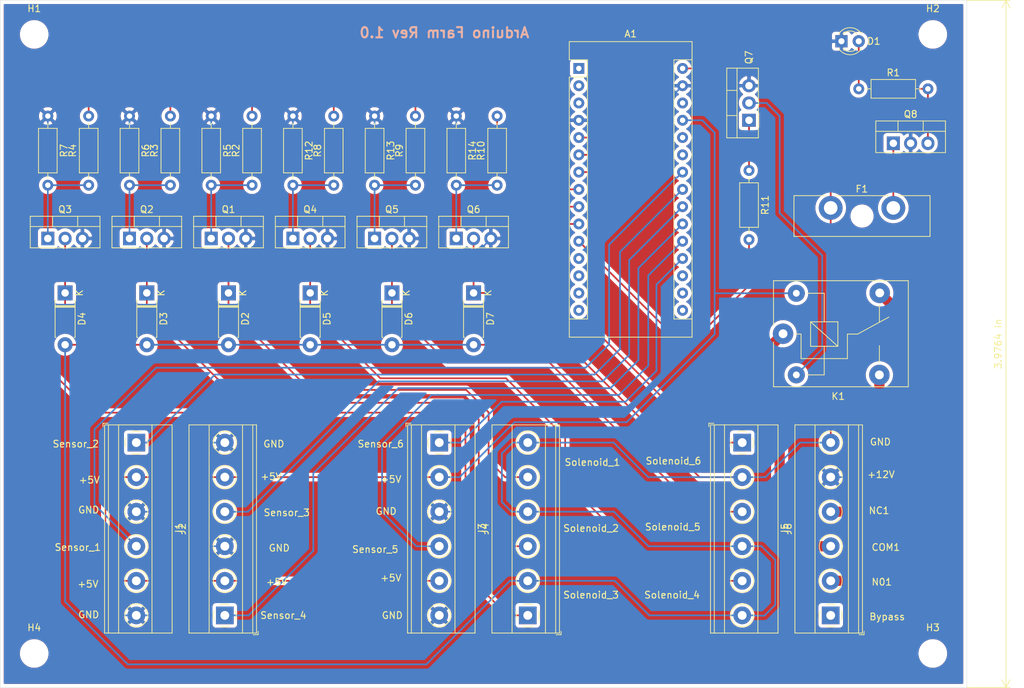
<source format=kicad_pcb>
(kicad_pcb (version 20171130) (host pcbnew 5.1.8)
  (layers (0 F.Cu signal hide) (31 B.Cu signal hide) (34 B.Paste user) (35 F.Paste user) (36 B.SilkS user) (37 F.SilkS user) (38 B.Mask user) (39 F.Mask user) (44 Edge.Cuts user))
  (net 0 "")
  (net 1 "Net-(A1-Pad1)")
  (net 2 "Net-(A1-Pad17)")
  (net 3 "Net-(A1-Pad2)")
  (net 4 "Net-(A1-Pad18)")
  (net 5 "Net-(A1-Pad3)")
  (net 6 sensor_6)
  (net 7 GND)
  (net 8 sensor_5)
  (net 9 so_1)
  (net 10 sensor_4)
  (net 11 so_2)
  (net 12 sensor_3)
  (net 13 so_3)
  (net 14 sensor_2)
  (net 15 so_4)
  (net 16 sensor_1)
  (net 17 so_5)
  (net 18 "Net-(A1-Pad25)")
  (net 19 so_6)
  (net 20 "Net-(A1-Pad26)")
  (net 21 REL_1)
  (net 22 +5V)
  (net 23 "Net-(A1-Pad12)")
  (net 24 "Net-(A1-Pad28)")
  (net 25 "Net-(A1-Pad13)")
  (net 26 "Net-(A1-Pad14)")
  (net 27 "Net-(A1-Pad15)")
  (net 28 "Net-(A1-Pad16)")
  (net 29 "Net-(D1-Pad2)")
  (net 30 solinoide_1)
  (net 31 +12V)
  (net 32 solinoide_2)
  (net 33 solinoide_3)
  (net 34 solinoide_4)
  (net 35 solinoide_5)
  (net 36 solinoide_6)
  (net 37 NC1)
  (net 38 COM1)
  (net 39 NO1)
  (net 40 "Net-(K1-Pad2)")
  (net 41 "Net-(Q1-Pad1)")
  (net 42 "Net-(Q2-Pad1)")
  (net 43 "Net-(Q3-Pad1)")
  (net 44 "Net-(Q4-Pad1)")
  (net 45 "Net-(Q5-Pad1)")
  (net 46 "Net-(Q6-Pad1)")
  (net 47 "Net-(Q7-Pad1)")
  (net 48 "Net-(J6-Pad1)")
  (net 49 "Net-(F1-Pad2)")
  (module Fuse:Fuseholder_Blade_ATO_Littelfuse_Pudenz_2_Pin (layer F.Cu) (at 177 85.5)
    (fp_text reference F1 (at 4.57 -2.78) (layer F.SilkS))
    (fp_text value Fuse)
    (pad 2 thru_hole circle (at 9.2 0) (size 3.5 3.5) (drill 2) (layers *.Cu *.Mask) (net 49 "Net-(F1-Pad2)"))
    (pad "" np_thru_hole circle (at 4.6 1.2) (size 2.4 2.4) (drill 2.4) (layers *.Cu *.Mask))
    (pad 1 thru_hole circle (at 0 0) (size 3.5 3.5) (drill 2) (layers *.Cu *.Mask) (net 31 +12V))
  )
  (module Module:Arduino_Nano (layer F.Cu) (at 140 65)
    (fp_text reference A1 (at 7.62 -5.08) (layer F.SilkS))
    (fp_text value Arduino_Nano_v3.x)
    (pad 1 thru_hole rect (at 0 0) (size 1.6 1.6) (drill 0.8) (layers *.Cu *.Mask) (net 1 "Net-(A1-Pad1)"))
    (pad 17 thru_hole oval (at 15.24 33.02) (size 1.6 1.6) (drill 0.8) (layers *.Cu *.Mask) (net 2 "Net-(A1-Pad17)"))
    (pad 2 thru_hole oval (at 0 2.54) (size 1.6 1.6) (drill 0.8) (layers *.Cu *.Mask) (net 3 "Net-(A1-Pad2)"))
    (pad 18 thru_hole oval (at 15.24 30.48) (size 1.6 1.6) (drill 0.8) (layers *.Cu *.Mask) (net 4 "Net-(A1-Pad18)"))
    (pad 3 thru_hole oval (at 0 5.08) (size 1.6 1.6) (drill 0.8) (layers *.Cu *.Mask) (net 5 "Net-(A1-Pad3)"))
    (pad 19 thru_hole oval (at 15.24 27.94) (size 1.6 1.6) (drill 0.8) (layers *.Cu *.Mask) (net 6 sensor_6))
    (pad 4 thru_hole oval (at 0 7.62) (size 1.6 1.6) (drill 0.8) (layers *.Cu *.Mask) (net 7 GND))
    (pad 20 thru_hole oval (at 15.24 25.4) (size 1.6 1.6) (drill 0.8) (layers *.Cu *.Mask) (net 8 sensor_5))
    (pad 5 thru_hole oval (at 0 10.16) (size 1.6 1.6) (drill 0.8) (layers *.Cu *.Mask) (net 9 so_1))
    (pad 21 thru_hole oval (at 15.24 22.86) (size 1.6 1.6) (drill 0.8) (layers *.Cu *.Mask) (net 10 sensor_4))
    (pad 6 thru_hole oval (at 0 12.7) (size 1.6 1.6) (drill 0.8) (layers *.Cu *.Mask) (net 11 so_2))
    (pad 22 thru_hole oval (at 15.24 20.32) (size 1.6 1.6) (drill 0.8) (layers *.Cu *.Mask) (net 12 sensor_3))
    (pad 7 thru_hole oval (at 0 15.24) (size 1.6 1.6) (drill 0.8) (layers *.Cu *.Mask) (net 13 so_3))
    (pad 23 thru_hole oval (at 15.24 17.78) (size 1.6 1.6) (drill 0.8) (layers *.Cu *.Mask) (net 14 sensor_2))
    (pad 8 thru_hole oval (at 0 17.78) (size 1.6 1.6) (drill 0.8) (layers *.Cu *.Mask) (net 15 so_4))
    (pad 24 thru_hole oval (at 15.24 15.24) (size 1.6 1.6) (drill 0.8) (layers *.Cu *.Mask) (net 16 sensor_1))
    (pad 9 thru_hole oval (at 0 20.32) (size 1.6 1.6) (drill 0.8) (layers *.Cu *.Mask) (net 17 so_5))
    (pad 25 thru_hole oval (at 15.24 12.7) (size 1.6 1.6) (drill 0.8) (layers *.Cu *.Mask) (net 18 "Net-(A1-Pad25)"))
    (pad 10 thru_hole oval (at 0 22.86) (size 1.6 1.6) (drill 0.8) (layers *.Cu *.Mask) (net 19 so_6))
    (pad 26 thru_hole oval (at 15.24 10.16) (size 1.6 1.6) (drill 0.8) (layers *.Cu *.Mask) (net 20 "Net-(A1-Pad26)"))
    (pad 11 thru_hole oval (at 0 25.4) (size 1.6 1.6) (drill 0.8) (layers *.Cu *.Mask) (net 21 REL_1))
    (pad 27 thru_hole oval (at 15.24 7.62) (size 1.6 1.6) (drill 0.8) (layers *.Cu *.Mask) (net 22 +5V))
    (pad 12 thru_hole oval (at 0 27.94) (size 1.6 1.6) (drill 0.8) (layers *.Cu *.Mask) (net 23 "Net-(A1-Pad12)"))
    (pad 28 thru_hole oval (at 15.24 5.08) (size 1.6 1.6) (drill 0.8) (layers *.Cu *.Mask) (net 24 "Net-(A1-Pad28)"))
    (pad 13 thru_hole oval (at 0 30.48) (size 1.6 1.6) (drill 0.8) (layers *.Cu *.Mask) (net 25 "Net-(A1-Pad13)"))
    (pad 29 thru_hole oval (at 15.24 2.54) (size 1.6 1.6) (drill 0.8) (layers *.Cu *.Mask) (net 7 GND))
    (pad 14 thru_hole oval (at 0 33.02) (size 1.6 1.6) (drill 0.8) (layers *.Cu *.Mask) (net 26 "Net-(A1-Pad14)"))
    (pad 30 thru_hole oval (at 15.24 0) (size 1.6 1.6) (drill 0.8) (layers *.Cu *.Mask) (net 31 +12V))
    (pad 15 thru_hole oval (at 0 35.56) (size 1.6 1.6) (drill 0.8) (layers *.Cu *.Mask) (net 27 "Net-(A1-Pad15)"))
    (pad 16 thru_hole oval (at 15.24 35.56) (size 1.6 1.6) (drill 0.8) (layers *.Cu *.Mask) (net 28 "Net-(A1-Pad16)"))
  )
  (module LED_THT:LED_D3.0mm (layer F.Cu) (at 178.58 61)
    (fp_text reference D1 (at 4.75 0) (layer F.SilkS))
    (fp_text value LED)
    (pad 1 thru_hole rect (at 0 0) (size 1.8 1.8) (drill 0.9) (layers *.Cu *.Mask) (net 7 GND))
    (pad 2 thru_hole circle (at 2.54 0) (size 1.8 1.8) (drill 0.9) (layers *.Cu *.Mask) (net 29 "Net-(D1-Pad2)"))
  )
  (module Diode_THT:D_DO-41_SOD81_P7.62mm_Horizontal (layer F.Cu) (at 88.54 98 270)
    (fp_text reference D2 (at 3.81 -2.47 90) (layer F.SilkS))
    (fp_text value DIODE)
    (fp_text user K (at 0 -2.1 90) (layer F.SilkS))
    (pad 1 thru_hole rect (at 0 0 270) (size 2.2 2.2) (drill 1.1) (layers *.Cu *.Mask) (net 30 solinoide_1))
    (pad 2 thru_hole oval (at 7.62 0 270) (size 2.2 2.2) (drill 1.1) (layers *.Cu *.Mask) (net 31 +12V))
  )
  (module Diode_THT:D_DO-41_SOD81_P7.62mm_Horizontal (layer F.Cu) (at 76.54 98 270)
    (fp_text reference D3 (at 3.81 -2.47 90) (layer F.SilkS))
    (fp_text value DIODE)
    (fp_text user K (at 0 -2.1 90) (layer F.SilkS))
    (pad 2 thru_hole oval (at 7.62 0 270) (size 2.2 2.2) (drill 1.1) (layers *.Cu *.Mask) (net 31 +12V))
    (pad 1 thru_hole rect (at 0 0 270) (size 2.2 2.2) (drill 1.1) (layers *.Cu *.Mask) (net 32 solinoide_2))
  )
  (module Diode_THT:D_DO-41_SOD81_P7.62mm_Horizontal (layer F.Cu) (at 64.54 98 270)
    (fp_text reference D4 (at 3.81 -2.47 90) (layer F.SilkS))
    (fp_text value DIODE)
    (fp_text user K (at 0 -2.1 90) (layer F.SilkS))
    (pad 2 thru_hole oval (at 7.62 0 270) (size 2.2 2.2) (drill 1.1) (layers *.Cu *.Mask) (net 31 +12V))
    (pad 1 thru_hole rect (at 0 0 270) (size 2.2 2.2) (drill 1.1) (layers *.Cu *.Mask) (net 33 solinoide_3))
  )
  (module Diode_THT:D_DO-41_SOD81_P7.62mm_Horizontal (layer F.Cu) (at 100.54 98 270)
    (fp_text reference D5 (at 3.81 -2.47 90) (layer F.SilkS))
    (fp_text value DIODE)
    (fp_text user K (at 0 -2.1 90) (layer F.SilkS))
    (pad 2 thru_hole oval (at 7.62 0 270) (size 2.2 2.2) (drill 1.1) (layers *.Cu *.Mask) (net 31 +12V))
    (pad 1 thru_hole rect (at 0 0 270) (size 2.2 2.2) (drill 1.1) (layers *.Cu *.Mask) (net 34 solinoide_4))
  )
  (module Diode_THT:D_DO-41_SOD81_P7.62mm_Horizontal (layer F.Cu) (at 112.55 98 270)
    (fp_text reference D6 (at 3.81 -2.47 90) (layer F.SilkS))
    (fp_text value DIODE)
    (fp_text user K (at 0 -2.1 90) (layer F.SilkS))
    (pad 1 thru_hole rect (at 0 0 270) (size 2.2 2.2) (drill 1.1) (layers *.Cu *.Mask) (net 35 solinoide_5))
    (pad 2 thru_hole oval (at 7.62 0 270) (size 2.2 2.2) (drill 1.1) (layers *.Cu *.Mask) (net 31 +12V))
  )
  (module Diode_THT:D_DO-41_SOD81_P7.62mm_Horizontal (layer F.Cu) (at 124.54 98 270)
    (fp_text reference D7 (at 3.81 -2.47 90) (layer F.SilkS))
    (fp_text value DIODE)
    (fp_text user K (at 0 -2.1 90) (layer F.SilkS))
    (pad 1 thru_hole rect (at 0 0 270) (size 2.2 2.2) (drill 1.1) (layers *.Cu *.Mask) (net 36 solinoide_6))
    (pad 2 thru_hole oval (at 7.62 0 270) (size 2.2 2.2) (drill 1.1) (layers *.Cu *.Mask) (net 31 +12V))
  )
  (module MountingHole:MountingHole_3.2mm_M3_DIN965 (layer F.Cu) (at 60 60)
    (fp_text reference H1 (at 0 -3.8) (layer F.SilkS))
    (fp_text value MountingHole)
    (pad 1 np_thru_hole circle (at 0 0) (size 3.2 3.2) (drill 3.2) (layers *.Cu *.Mask))
  )
  (module MountingHole:MountingHole_3.2mm_M3_DIN965 (layer F.Cu) (at 192 60)
    (fp_text reference H2 (at 0 -3.8) (layer F.SilkS))
    (fp_text value MountingHole)
    (pad 1 np_thru_hole circle (at 0 0) (size 3.2 3.2) (drill 3.2) (layers *.Cu *.Mask))
  )
  (module MountingHole:MountingHole_3.2mm_M3_DIN965 (layer F.Cu) (at 192 151)
    (fp_text reference H3 (at 0 -3.8) (layer F.SilkS))
    (fp_text value MountingHole)
    (pad 1 np_thru_hole circle (at 0 0) (size 3.2 3.2) (drill 3.2) (layers *.Cu *.Mask))
  )
  (module MountingHole:MountingHole_3.2mm_M3_DIN965 (layer F.Cu) (at 60 151)
    (fp_text reference H4 (at 0 -3.8) (layer F.SilkS))
    (fp_text value MountingHole)
    (pad 1 np_thru_hole circle (at 0 0) (size 3.2 3.2) (drill 3.2) (layers *.Cu *.Mask))
  )
  (module TerminalBlock_Phoenix:TerminalBlock_Phoenix_MKDS-1,5-6-5.08_1x06_P5.08mm_Horizontal (layer F.Cu) (at 75 120 270)
    (fp_text reference J1 (at 12.7 -6.26 90) (layer F.SilkS))
    (fp_text value Screw_Terminal_01x06)
    (pad 6 thru_hole circle (at 25.4 0 270) (size 2.6 2.6) (drill 1.3) (layers *.Cu *.Mask) (net 7 GND))
    (pad 5 thru_hole circle (at 20.32 0 270) (size 2.6 2.6) (drill 1.3) (layers *.Cu *.Mask) (net 22 +5V))
    (pad 4 thru_hole circle (at 15.24 0 270) (size 2.6 2.6) (drill 1.3) (layers *.Cu *.Mask) (net 16 sensor_1))
    (pad 3 thru_hole circle (at 10.16 0 270) (size 2.6 2.6) (drill 1.3) (layers *.Cu *.Mask) (net 7 GND))
    (pad 2 thru_hole circle (at 5.08 0 270) (size 2.6 2.6) (drill 1.3) (layers *.Cu *.Mask) (net 22 +5V))
    (pad 1 thru_hole rect (at 0 0 270) (size 2.6 2.6) (drill 1.3) (layers *.Cu *.Mask) (net 14 sensor_2))
  )
  (module TerminalBlock_Phoenix:TerminalBlock_Phoenix_MKDS-1,5-6-5.08_1x06_P5.08mm_Horizontal (layer F.Cu) (at 88 145.4 90)
    (fp_text reference J2 (at 12.7 -6.26 90) (layer F.SilkS))
    (fp_text value Screw_Terminal_01x06)
    (pad 1 thru_hole rect (at 0 0 90) (size 2.6 2.6) (drill 1.3) (layers *.Cu *.Mask) (net 10 sensor_4))
    (pad 2 thru_hole circle (at 5.08 0 90) (size 2.6 2.6) (drill 1.3) (layers *.Cu *.Mask) (net 22 +5V))
    (pad 3 thru_hole circle (at 10.16 0 90) (size 2.6 2.6) (drill 1.3) (layers *.Cu *.Mask) (net 7 GND))
    (pad 4 thru_hole circle (at 15.24 0 90) (size 2.6 2.6) (drill 1.3) (layers *.Cu *.Mask) (net 12 sensor_3))
    (pad 5 thru_hole circle (at 20.32 0 90) (size 2.6 2.6) (drill 1.3) (layers *.Cu *.Mask) (net 22 +5V))
    (pad 6 thru_hole circle (at 25.4 0 90) (size 2.6 2.6) (drill 1.3) (layers *.Cu *.Mask) (net 7 GND))
  )
  (module TerminalBlock_Phoenix:TerminalBlock_Phoenix_MKDS-1,5-6-5.08_1x06_P5.08mm_Horizontal (layer F.Cu) (at 119.5 120 270)
    (fp_text reference J3 (at 12.7 -6.26 90) (layer F.SilkS))
    (fp_text value Screw_Terminal_01x06)
    (pad 6 thru_hole circle (at 25.4 0 270) (size 2.6 2.6) (drill 1.3) (layers *.Cu *.Mask) (net 7 GND))
    (pad 5 thru_hole circle (at 20.32 0 270) (size 2.6 2.6) (drill 1.3) (layers *.Cu *.Mask) (net 22 +5V))
    (pad 4 thru_hole circle (at 15.24 0 270) (size 2.6 2.6) (drill 1.3) (layers *.Cu *.Mask) (net 8 sensor_5))
    (pad 3 thru_hole circle (at 10.16 0 270) (size 2.6 2.6) (drill 1.3) (layers *.Cu *.Mask) (net 7 GND))
    (pad 2 thru_hole circle (at 5.08 0 270) (size 2.6 2.6) (drill 1.3) (layers *.Cu *.Mask) (net 22 +5V))
    (pad 1 thru_hole rect (at 0 0 270) (size 2.6 2.6) (drill 1.3) (layers *.Cu *.Mask) (net 6 sensor_6))
  )
  (module TerminalBlock_Phoenix:TerminalBlock_Phoenix_MKDS-1,5-6-5.08_1x06_P5.08mm_Horizontal (layer F.Cu) (at 132.5 145.4 90)
    (fp_text reference J4 (at 12.7 -6.26 90) (layer F.SilkS))
    (fp_text value Screw_Terminal_01x06)
    (pad 1 thru_hole rect (at 0 0 90) (size 2.6 2.6) (drill 1.3) (layers *.Cu *.Mask) (net 33 solinoide_3))
    (pad 2 thru_hole circle (at 5.08 0 90) (size 2.6 2.6) (drill 1.3) (layers *.Cu *.Mask) (net 31 +12V))
    (pad 3 thru_hole circle (at 10.16 0 90) (size 2.6 2.6) (drill 1.3) (layers *.Cu *.Mask) (net 32 solinoide_2))
    (pad 4 thru_hole circle (at 15.24 0 90) (size 2.6 2.6) (drill 1.3) (layers *.Cu *.Mask) (net 31 +12V))
    (pad 5 thru_hole circle (at 20.32 0 90) (size 2.6 2.6) (drill 1.3) (layers *.Cu *.Mask) (net 30 solinoide_1))
    (pad 6 thru_hole circle (at 25.4 0 90) (size 2.6 2.6) (drill 1.3) (layers *.Cu *.Mask) (net 31 +12V))
  )
  (module TerminalBlock_Phoenix:TerminalBlock_Phoenix_MKDS-1,5-6-5.08_1x06_P5.08mm_Horizontal (layer F.Cu) (at 164 120 270)
    (fp_text reference J5 (at 12.7 -6.26 90) (layer F.SilkS))
    (fp_text value Screw_Terminal_01x06)
    (pad 6 thru_hole circle (at 25.4 0 270) (size 2.6 2.6) (drill 1.3) (layers *.Cu *.Mask) (net 31 +12V))
    (pad 5 thru_hole circle (at 20.32 0 270) (size 2.6 2.6) (drill 1.3) (layers *.Cu *.Mask) (net 34 solinoide_4))
    (pad 4 thru_hole circle (at 15.24 0 270) (size 2.6 2.6) (drill 1.3) (layers *.Cu *.Mask) (net 31 +12V))
    (pad 3 thru_hole circle (at 10.16 0 270) (size 2.6 2.6) (drill 1.3) (layers *.Cu *.Mask) (net 35 solinoide_5))
    (pad 2 thru_hole circle (at 5.08 0 270) (size 2.6 2.6) (drill 1.3) (layers *.Cu *.Mask) (net 31 +12V))
    (pad 1 thru_hole rect (at 0 0 270) (size 2.6 2.6) (drill 1.3) (layers *.Cu *.Mask) (net 36 solinoide_6))
  )
  (module TerminalBlock_Phoenix:TerminalBlock_Phoenix_MKDS-1,5-6-5.08_1x06_P5.08mm_Horizontal (layer F.Cu) (at 177 145.4 90)
    (fp_text reference J6 (at 12.7 -6.26 90) (layer F.SilkS))
    (fp_text value Screw_Terminal_01x06)
    (pad 1 thru_hole rect (at 0 0 90) (size 2.6 2.6) (drill 1.3) (layers *.Cu *.Mask) (net 48 "Net-(J6-Pad1)"))
    (pad 2 thru_hole circle (at 5.08 0 90) (size 2.6 2.6) (drill 1.3) (layers *.Cu *.Mask) (net 39 NO1))
    (pad 3 thru_hole circle (at 10.16 0 90) (size 2.6 2.6) (drill 1.3) (layers *.Cu *.Mask) (net 38 COM1))
    (pad 4 thru_hole circle (at 15.24 0 90) (size 2.6 2.6) (drill 1.3) (layers *.Cu *.Mask) (net 37 NC1))
    (pad 5 thru_hole circle (at 20.32 0 90) (size 2.6 2.6) (drill 1.3) (layers *.Cu *.Mask) (net 7 GND))
    (pad 6 thru_hole circle (at 25.4 0 90) (size 2.6 2.6) (drill 1.3) (layers *.Cu *.Mask) (net 31 +12V))
  )
  (module Relay_THT:Relay_SPDT_SANYOU_SRD_Series_Form_C (layer F.Cu) (at 170 104)
    (fp_text reference K1 (at 8.1 9.2) (layer F.SilkS))
    (fp_text value SANYOU_SRD_Form_C)
    (pad 2 thru_hole circle (at 1.95 6.05 90) (size 2.5 2.5) (drill 1) (layers *.Cu *.Mask) (net 40 "Net-(K1-Pad2)"))
    (pad 3 thru_hole circle (at 14.15 6.05 90) (size 3 3) (drill 1.3) (layers *.Cu *.Mask) (net 37 NC1))
    (pad 4 thru_hole circle (at 14.2 -6 90) (size 3 3) (drill 1.3) (layers *.Cu *.Mask) (net 39 NO1))
    (pad 5 thru_hole circle (at 1.95 -5.95 90) (size 2.5 2.5) (drill 1) (layers *.Cu *.Mask) (net 22 +5V))
    (pad 1 thru_hole circle (at 0 0 90) (size 3 3) (drill 1.3) (layers *.Cu *.Mask) (net 38 COM1))
  )
  (module Package_TO_SOT_THT:TO-220-3_Vertical (layer F.Cu) (at 86 90)
    (fp_text reference Q1 (at 2.54 -4.27) (layer F.SilkS))
    (fp_text value IRLZ34N)
    (pad 3 thru_hole oval (at 5.08 0) (size 1.905 2) (drill 1.1) (layers *.Cu *.Mask) (net 7 GND))
    (pad 2 thru_hole oval (at 2.54 0) (size 1.905 2) (drill 1.1) (layers *.Cu *.Mask) (net 30 solinoide_1))
    (pad 1 thru_hole rect (at 0 0) (size 1.905 2) (drill 1.1) (layers *.Cu *.Mask) (net 41 "Net-(Q1-Pad1)"))
  )
  (module Package_TO_SOT_THT:TO-220-3_Vertical (layer F.Cu) (at 74 90)
    (fp_text reference Q2 (at 2.54 -4.27) (layer F.SilkS))
    (fp_text value IRLZ34N)
    (pad 3 thru_hole oval (at 5.08 0) (size 1.905 2) (drill 1.1) (layers *.Cu *.Mask) (net 7 GND))
    (pad 2 thru_hole oval (at 2.54 0) (size 1.905 2) (drill 1.1) (layers *.Cu *.Mask) (net 32 solinoide_2))
    (pad 1 thru_hole rect (at 0 0) (size 1.905 2) (drill 1.1) (layers *.Cu *.Mask) (net 42 "Net-(Q2-Pad1)"))
  )
  (module Package_TO_SOT_THT:TO-220-3_Vertical (layer F.Cu) (at 62 90)
    (fp_text reference Q3 (at 2.54 -4.27) (layer F.SilkS))
    (fp_text value IRLZ34N)
    (pad 1 thru_hole rect (at 0 0) (size 1.905 2) (drill 1.1) (layers *.Cu *.Mask) (net 43 "Net-(Q3-Pad1)"))
    (pad 2 thru_hole oval (at 2.54 0) (size 1.905 2) (drill 1.1) (layers *.Cu *.Mask) (net 33 solinoide_3))
    (pad 3 thru_hole oval (at 5.08 0) (size 1.905 2) (drill 1.1) (layers *.Cu *.Mask) (net 7 GND))
  )
  (module Package_TO_SOT_THT:TO-220-3_Vertical (layer F.Cu) (at 165 72.62 90)
    (fp_text reference Q7 (at 9.25 0 90) (layer F.SilkS))
    (fp_text value IRLZ34N)
    (pad 3 thru_hole oval (at 5.08 0 90) (size 1.905 2) (drill 1.1) (layers *.Cu *.Mask) (net 7 GND))
    (pad 2 thru_hole oval (at 2.54 0 90) (size 1.905 2) (drill 1.1) (layers *.Cu *.Mask) (net 40 "Net-(K1-Pad2)"))
    (pad 1 thru_hole rect (at 0 0 90) (size 1.905 2) (drill 1.1) (layers *.Cu *.Mask) (net 47 "Net-(Q7-Pad1)"))
  )
  (module Package_TO_SOT_THT:TO-220-3_Vertical (layer F.Cu) (at 98 90)
    (fp_text reference Q4 (at 2.54 -4.27) (layer F.SilkS))
    (fp_text value IRLZ34N)
    (pad 1 thru_hole rect (at 0 0) (size 1.905 2) (drill 1.1) (layers *.Cu *.Mask) (net 44 "Net-(Q4-Pad1)"))
    (pad 2 thru_hole oval (at 2.54 0) (size 1.905 2) (drill 1.1) (layers *.Cu *.Mask) (net 34 solinoide_4))
    (pad 3 thru_hole oval (at 5.08 0) (size 1.905 2) (drill 1.1) (layers *.Cu *.Mask) (net 7 GND))
  )
  (module Package_TO_SOT_THT:TO-220-3_Vertical (layer F.Cu) (at 110 90)
    (fp_text reference Q5 (at 2.54 -4.27) (layer F.SilkS))
    (fp_text value IRLZ34N)
    (pad 1 thru_hole rect (at 0 0) (size 1.905 2) (drill 1.1) (layers *.Cu *.Mask) (net 45 "Net-(Q5-Pad1)"))
    (pad 2 thru_hole oval (at 2.54 0) (size 1.905 2) (drill 1.1) (layers *.Cu *.Mask) (net 35 solinoide_5))
    (pad 3 thru_hole oval (at 5.08 0) (size 1.905 2) (drill 1.1) (layers *.Cu *.Mask) (net 7 GND))
  )
  (module Package_TO_SOT_THT:TO-220-3_Vertical (layer F.Cu) (at 122 90)
    (fp_text reference Q6 (at 2.54 -4.27) (layer F.SilkS))
    (fp_text value IRLZ34N)
    (pad 1 thru_hole rect (at 0 0) (size 1.905 2) (drill 1.1) (layers *.Cu *.Mask) (net 46 "Net-(Q6-Pad1)"))
    (pad 2 thru_hole oval (at 2.54 0) (size 1.905 2) (drill 1.1) (layers *.Cu *.Mask) (net 36 solinoide_6))
    (pad 3 thru_hole oval (at 5.08 0) (size 1.905 2) (drill 1.1) (layers *.Cu *.Mask) (net 7 GND))
  )
  (module Resistor_THT:R_Axial_DIN0207_L6.3mm_D2.5mm_P10.16mm_Horizontal (layer F.Cu) (at 181.12 68)
    (fp_text reference R1 (at 5.08 -2.37) (layer F.SilkS))
    (fp_text value 1k2)
    (pad 2 thru_hole oval (at 10.16 0) (size 1.6 1.6) (drill 0.8) (layers *.Cu *.Mask) (net 31 +12V))
    (pad 1 thru_hole circle (at 0 0) (size 1.6 1.6) (drill 0.8) (layers *.Cu *.Mask) (net 29 "Net-(D1-Pad2)"))
  )
  (module Resistor_THT:R_Axial_DIN0207_L6.3mm_D2.5mm_P10.16mm_Horizontal (layer F.Cu) (at 92 82.16 90)
    (fp_text reference R2 (at 5.08 -2.37 90) (layer F.SilkS))
    (fp_text value 1k)
    (pad 1 thru_hole circle (at 0 0 90) (size 1.6 1.6) (drill 0.8) (layers *.Cu *.Mask) (net 41 "Net-(Q1-Pad1)"))
    (pad 2 thru_hole oval (at 10.16 0 90) (size 1.6 1.6) (drill 0.8) (layers *.Cu *.Mask) (net 9 so_1))
  )
  (module Resistor_THT:R_Axial_DIN0207_L6.3mm_D2.5mm_P10.16mm_Horizontal (layer F.Cu) (at 80 82.16 90)
    (fp_text reference R3 (at 5.08 -2.37 90) (layer F.SilkS))
    (fp_text value 1k)
    (pad 2 thru_hole oval (at 10.16 0 90) (size 1.6 1.6) (drill 0.8) (layers *.Cu *.Mask) (net 11 so_2))
    (pad 1 thru_hole circle (at 0 0 90) (size 1.6 1.6) (drill 0.8) (layers *.Cu *.Mask) (net 42 "Net-(Q2-Pad1)"))
  )
  (module Resistor_THT:R_Axial_DIN0207_L6.3mm_D2.5mm_P10.16mm_Horizontal (layer F.Cu) (at 68 82.16 90)
    (fp_text reference R4 (at 5.08 -2.37 90) (layer F.SilkS))
    (fp_text value 1k)
    (pad 1 thru_hole circle (at 0 0 90) (size 1.6 1.6) (drill 0.8) (layers *.Cu *.Mask) (net 43 "Net-(Q3-Pad1)"))
    (pad 2 thru_hole oval (at 10.16 0 90) (size 1.6 1.6) (drill 0.8) (layers *.Cu *.Mask) (net 13 so_3))
  )
  (module Resistor_THT:R_Axial_DIN0207_L6.3mm_D2.5mm_P10.16mm_Horizontal (layer F.Cu) (at 86 72 270)
    (fp_text reference R5 (at 5.08 -2.37 90) (layer F.SilkS))
    (fp_text value 100k)
    (pad 2 thru_hole oval (at 10.16 0 270) (size 1.6 1.6) (drill 0.8) (layers *.Cu *.Mask) (net 41 "Net-(Q1-Pad1)"))
    (pad 1 thru_hole circle (at 0 0 270) (size 1.6 1.6) (drill 0.8) (layers *.Cu *.Mask) (net 7 GND))
  )
  (module Resistor_THT:R_Axial_DIN0207_L6.3mm_D2.5mm_P10.16mm_Horizontal (layer F.Cu) (at 74 72 270)
    (fp_text reference R6 (at 5.08 -2.37 90) (layer F.SilkS))
    (fp_text value 100k)
    (pad 1 thru_hole circle (at 0 0 270) (size 1.6 1.6) (drill 0.8) (layers *.Cu *.Mask) (net 7 GND))
    (pad 2 thru_hole oval (at 10.16 0 270) (size 1.6 1.6) (drill 0.8) (layers *.Cu *.Mask) (net 42 "Net-(Q2-Pad1)"))
  )
  (module Resistor_THT:R_Axial_DIN0207_L6.3mm_D2.5mm_P10.16mm_Horizontal (layer F.Cu) (at 62 72 270)
    (fp_text reference R7 (at 5.08 -2.37 90) (layer F.SilkS))
    (fp_text value 100k)
    (pad 2 thru_hole oval (at 10.16 0 270) (size 1.6 1.6) (drill 0.8) (layers *.Cu *.Mask) (net 43 "Net-(Q3-Pad1)"))
    (pad 1 thru_hole circle (at 0 0 270) (size 1.6 1.6) (drill 0.8) (layers *.Cu *.Mask) (net 7 GND))
  )
  (module Resistor_THT:R_Axial_DIN0207_L6.3mm_D2.5mm_P10.16mm_Horizontal (layer F.Cu) (at 165 80 270)
    (fp_text reference R11 (at 5.08 -2.37 90) (layer F.SilkS))
    (fp_text value 1k)
    (pad 1 thru_hole circle (at 0 0 270) (size 1.6 1.6) (drill 0.8) (layers *.Cu *.Mask) (net 47 "Net-(Q7-Pad1)"))
    (pad 2 thru_hole oval (at 10.16 0 270) (size 1.6 1.6) (drill 0.8) (layers *.Cu *.Mask) (net 21 REL_1))
  )
  (module Resistor_THT:R_Axial_DIN0207_L6.3mm_D2.5mm_P10.16mm_Horizontal (layer F.Cu) (at 104 82.16 90)
    (fp_text reference R8 (at 5.08 -2.37 90) (layer F.SilkS))
    (fp_text value 1k)
    (pad 1 thru_hole circle (at 0 0 90) (size 1.6 1.6) (drill 0.8) (layers *.Cu *.Mask) (net 44 "Net-(Q4-Pad1)"))
    (pad 2 thru_hole oval (at 10.16 0 90) (size 1.6 1.6) (drill 0.8) (layers *.Cu *.Mask) (net 15 so_4))
  )
  (module Resistor_THT:R_Axial_DIN0207_L6.3mm_D2.5mm_P10.16mm_Horizontal (layer F.Cu) (at 116 82.16 90)
    (fp_text reference R9 (at 5.08 -2.37 90) (layer F.SilkS))
    (fp_text value 1k)
    (pad 1 thru_hole circle (at 0 0 90) (size 1.6 1.6) (drill 0.8) (layers *.Cu *.Mask) (net 45 "Net-(Q5-Pad1)"))
    (pad 2 thru_hole oval (at 10.16 0 90) (size 1.6 1.6) (drill 0.8) (layers *.Cu *.Mask) (net 17 so_5))
  )
  (module Resistor_THT:R_Axial_DIN0207_L6.3mm_D2.5mm_P10.16mm_Horizontal (layer F.Cu) (at 128 82.16 90)
    (fp_text reference R10 (at 5.08 -2.37 90) (layer F.SilkS))
    (fp_text value 1k)
    (pad 2 thru_hole oval (at 10.16 0 90) (size 1.6 1.6) (drill 0.8) (layers *.Cu *.Mask) (net 19 so_6))
    (pad 1 thru_hole circle (at 0 0 90) (size 1.6 1.6) (drill 0.8) (layers *.Cu *.Mask) (net 46 "Net-(Q6-Pad1)"))
  )
  (module Resistor_THT:R_Axial_DIN0207_L6.3mm_D2.5mm_P10.16mm_Horizontal (layer F.Cu) (at 98 72 270)
    (fp_text reference R12 (at 5.08 -2.37 90) (layer F.SilkS))
    (fp_text value 100k)
    (pad 2 thru_hole oval (at 10.16 0 270) (size 1.6 1.6) (drill 0.8) (layers *.Cu *.Mask) (net 44 "Net-(Q4-Pad1)"))
    (pad 1 thru_hole circle (at 0 0 270) (size 1.6 1.6) (drill 0.8) (layers *.Cu *.Mask) (net 7 GND))
  )
  (module Resistor_THT:R_Axial_DIN0207_L6.3mm_D2.5mm_P10.16mm_Horizontal (layer F.Cu) (at 110 72 270)
    (fp_text reference R13 (at 5.08 -2.37 90) (layer F.SilkS))
    (fp_text value 100k)
    (pad 2 thru_hole oval (at 10.16 0 270) (size 1.6 1.6) (drill 0.8) (layers *.Cu *.Mask) (net 45 "Net-(Q5-Pad1)"))
    (pad 1 thru_hole circle (at 0 0 270) (size 1.6 1.6) (drill 0.8) (layers *.Cu *.Mask) (net 7 GND))
  )
  (module Resistor_THT:R_Axial_DIN0207_L6.3mm_D2.5mm_P10.16mm_Horizontal (layer F.Cu) (at 122 72 270)
    (fp_text reference R14 (at 5.08 -2.37 90) (layer F.SilkS))
    (fp_text value 100k)
    (pad 1 thru_hole circle (at 0 0 270) (size 1.6 1.6) (drill 0.8) (layers *.Cu *.Mask) (net 7 GND))
    (pad 2 thru_hole oval (at 10.16 0 270) (size 1.6 1.6) (drill 0.8) (layers *.Cu *.Mask) (net 46 "Net-(Q6-Pad1)"))
  )
  (module Package_TO_SOT_THT:TO-220-3_Vertical (layer F.Cu) (at 186.2 76)
    (fp_text reference Q8 (at 2.54 -4.27) (layer F.SilkS))
    (fp_text value Q_PJFET_DGS)
    (pad 1 thru_hole rect (at 0 0) (size 1.905 2) (drill 1.1) (layers *.Cu *.Mask) (net 49 "Net-(F1-Pad2)"))
    (pad 2 thru_hole oval (at 2.54 0) (size 1.905 2) (drill 1.1) (layers *.Cu *.Mask) (net 7 GND))
    (pad 3 thru_hole oval (at 5.08 0) (size 1.905 2) (drill 1.1) (layers *.Cu *.Mask) (net 31 +12V))
  )
  (dimension 101 (width 0.12) (layer F.SilkS) (gr_text "101.000 mm" (at 204.02 105.5 270) (layer F.SilkS) (effects (font (size 1 1) (thickness 0.15)))) (feature1 (pts (xy 197 156) (xy 203.336421 156))) (feature2 (pts (xy 197 55) (xy 203.336421 55))) (crossbar (pts (xy 202.75 55) (xy 202.75 156))) (arrow1a (pts (xy 202.75 156) (xy 202.163579 154.873496))) (arrow1b (pts (xy 202.75 156) (xy 203.336421 154.873496))) (arrow2a (pts (xy 202.75 55) (xy 202.163579 56.126504))) (arrow2b (pts (xy 202.75 55) (xy 203.336421 56.126504))))
  (gr_text "Arduino Farm Rev 1.0" (at 120.25 59.75) (layer B.SilkS) (effects (font (size 1.5 1.5) (thickness 0.3)) (justify mirror)))
  (gr_text Bypass (at 185.3 145.6) (layer F.SilkS) (effects (font (size 1 1))))
  (gr_text N01 (at 184.5 140.5) (layer F.SilkS) (effects (font (size 1 1))))
  (gr_text COM1 (at 185.1 135.4) (layer F.SilkS) (effects (font (size 1 1))))
  (gr_text NC1 (at 184.1 130) (layer F.SilkS) (effects (font (size 1 1))))
  (gr_text +12V (at 184.4 124.7) (layer F.SilkS) (effects (font (size 1 1))))
  (gr_text Sensor_2 (at 66.1 120.2) (layer F.SilkS) (effects (font (size 1 1))))
  (gr_text Sensor_1 (at 66.4 135.4) (layer F.SilkS) (effects (font (size 1 1))))
  (gr_text Sensor_3 (at 97.1 130.3) (layer F.SilkS) (effects (font (size 1 1))))
  (gr_text Sensor_4 (at 96.6 145.4) (layer F.SilkS) (effects (font (size 1 1))))
  (gr_text Sensor_5 (at 110.1 135.7) (layer F.SilkS) (effects (font (size 1 1))))
  (gr_text Sensor_6 (at 110.9 120.2) (layer F.SilkS) (effects (font (size 1 1))))
  (gr_text +5V (at 112.4 125.4) (layer F.SilkS) (effects (font (size 1 1))))
  (gr_text +5V (at 112.4 139.9) (layer F.SilkS) (effects (font (size 1 1))))
  (gr_text +5V (at 94.8 125) (layer F.SilkS) (effects (font (size 1 1))))
  (gr_text +5V (at 95.6 140.5) (layer F.SilkS) (effects (font (size 1 1))))
  (gr_text +5V (at 67.9 140.8) (layer F.SilkS) (effects (font (size 1 1))))
  (gr_text +5V (at 68.1 125.5) (layer F.SilkS) (effects (font (size 1 1))))
  (gr_text GND (at 68 129.9) (layer F.SilkS) (effects (font (size 1 1))))
  (gr_text GND (at 68 145.3) (layer F.SilkS) (effects (font (size 1 1))))
  (gr_text GND (at 95.2 120.2) (layer F.SilkS) (effects (font (size 1 1))))
  (gr_text GND (at 96 135.5) (layer F.SilkS) (effects (font (size 1 1))))
  (gr_text GND (at 112.6 145.4) (layer F.SilkS) (effects (font (size 1 1))))
  (gr_text GND (at 111.7 130.1) (layer F.SilkS) (effects (font (size 1 1))))
  (gr_text GND (at 184.3 119.9) (layer F.SilkS) (effects (font (size 1 1))))
  (gr_text Solenoid_3 (at 141.8 142.4) (layer F.SilkS) (effects (font (size 1 1))))
  (gr_text Solenoid_2 (at 141.8 132.6) (layer F.SilkS) (effects (font (size 1 1))))
  (gr_text Solenoid_1 (at 142 122.9) (layer F.SilkS) (effects (font (size 1 1))))
  (gr_text Solenoid_4 (at 153.7 142.4) (layer F.SilkS) (effects (font (size 1 1))))
  (gr_text "Solenoid_5\n" (at 153.8 132.4) (layer F.SilkS) (effects (font (size 1 1))))
  (gr_text Solenoid_6 (at 153.9 122.7) (layer F.SilkS) (effects (font (size 1 1))))
  (gr_line (start 55 55) (end 55 156) (layer Edge.Cuts) (width 0.05))
  (gr_line (start 55 55) (end 197 55) (layer Edge.Cuts) (width 0.05))
  (gr_line (start 197 55) (end 197 156) (layer Edge.Cuts) (width 0.05))
  (gr_line (start 55 156) (end 197 156) (layer Edge.Cuts) (width 0.05))
  (segment (start 122.65 120) (end 119.5 120) (width 0.25) (layer B.Cu) (net 6))
  (segment (start 128.65 114) (end 122.65 120) (width 0.25) (layer B.Cu) (net 6))
  (segment (start 146.85 114) (end 128.65 114) (width 0.25) (layer B.Cu) (net 6))
  (segment (start 151.4 109.45) (end 146.85 114) (width 0.25) (layer B.Cu) (net 6))
  (segment (start 155.24 92.94) (end 151.4 96.78) (width 0.25) (layer B.Cu) (net 6))
  (segment (start 151.4 96.78) (end 151.4 109.45) (width 0.25) (layer B.Cu) (net 6))
  (segment (start 61.2 77.4) (end 57.35 81.25) (width 0.25) (layer B.Cu) (net 7))
  (segment (start 57.35 81.25) (end 57.35 90.95) (width 0.25) (layer B.Cu) (net 7))
  (segment (start 57.35 90.95) (end 60.7 94.3) (width 0.25) (layer B.Cu) (net 7))
  (segment (start 127.08 90.0475) (end 127.08 90) (width 0.25) (layer B.Cu) (net 7))
  (segment (start 122.8275 94.3) (end 127.08 90.0475) (width 0.25) (layer B.Cu) (net 7))
  (segment (start 86.161523 120) (end 80.9 125.261523) (width 0.25) (layer B.Cu) (net 7))
  (segment (start 88 120) (end 86.161523 120) (width 0.25) (layer B.Cu) (net 7))
  (segment (start 80.9 146.95) (end 84.4 150.45) (width 0.25) (layer B.Cu) (net 7))
  (segment (start 114.45 150.45) (end 119.5 145.4) (width 0.25) (layer B.Cu) (net 7))
  (segment (start 84.4 150.45) (end 114.45 150.45) (width 0.25) (layer B.Cu) (net 7))
  (segment (start 80.75 145.4) (end 80.9 145.55) (width 0.25) (layer B.Cu) (net 7))
  (segment (start 75 145.4) (end 80.75 145.4) (width 0.25) (layer B.Cu) (net 7))
  (segment (start 80.9 145.55) (end 80.9 146.95) (width 0.25) (layer B.Cu) (net 7))
  (segment (start 77.128477 130.45) (end 80.9 130.45) (width 0.25) (layer B.Cu) (net 7))
  (segment (start 76.838477 130.16) (end 77.128477 130.45) (width 0.25) (layer B.Cu) (net 7))
  (segment (start 75 130.16) (end 76.838477 130.16) (width 0.25) (layer B.Cu) (net 7))
  (segment (start 80.9 125.261523) (end 80.9 130.45) (width 0.25) (layer B.Cu) (net 7))
  (segment (start 81.24 135.24) (end 80.9 134.9) (width 0.25) (layer B.Cu) (net 7))
  (segment (start 88 135.24) (end 81.24 135.24) (width 0.25) (layer B.Cu) (net 7))
  (segment (start 80.9 130.45) (end 80.9 134.9) (width 0.25) (layer B.Cu) (net 7))
  (segment (start 80.9 134.9) (end 80.9 145.55) (width 0.25) (layer B.Cu) (net 7))
  (segment (start 121.338477 130.16) (end 124.15 132.971523) (width 0.25) (layer B.Cu) (net 7))
  (segment (start 119.5 130.16) (end 121.338477 130.16) (width 0.25) (layer B.Cu) (net 7))
  (segment (start 124.15 140.75) (end 119.5 145.4) (width 0.25) (layer B.Cu) (net 7))
  (segment (start 124.15 132.971523) (end 124.15 140.75) (width 0.25) (layer B.Cu) (net 7))
  (segment (start 66.95 91.38) (end 66.95 94.3) (width 0.25) (layer B.Cu) (net 7))
  (segment (start 67.08 91.25) (end 66.95 91.38) (width 0.25) (layer B.Cu) (net 7))
  (segment (start 67.08 90) (end 67.08 91.25) (width 0.25) (layer B.Cu) (net 7))
  (segment (start 60.7 94.3) (end 66.95 94.3) (width 0.25) (layer B.Cu) (net 7))
  (segment (start 79.08 94.28) (end 79.1 94.3) (width 0.25) (layer B.Cu) (net 7))
  (segment (start 79.08 90) (end 79.08 94.28) (width 0.25) (layer B.Cu) (net 7))
  (segment (start 91.1 91.27) (end 91.1 94.3) (width 0.25) (layer B.Cu) (net 7))
  (segment (start 91.08 91.25) (end 91.1 91.27) (width 0.25) (layer B.Cu) (net 7))
  (segment (start 91.08 90) (end 91.08 91.25) (width 0.25) (layer B.Cu) (net 7))
  (segment (start 79.1 94.3) (end 91.1 94.3) (width 0.25) (layer B.Cu) (net 7))
  (segment (start 103.25 91.42) (end 103.25 94.3) (width 0.25) (layer B.Cu) (net 7))
  (segment (start 103.08 91.25) (end 103.25 91.42) (width 0.25) (layer B.Cu) (net 7))
  (segment (start 103.08 90) (end 103.08 91.25) (width 0.25) (layer B.Cu) (net 7))
  (segment (start 91.1 94.3) (end 103.25 94.3) (width 0.25) (layer B.Cu) (net 7))
  (segment (start 115.15 91.32) (end 115.15 94.3) (width 0.25) (layer B.Cu) (net 7))
  (segment (start 115.08 91.25) (end 115.15 91.32) (width 0.25) (layer B.Cu) (net 7))
  (segment (start 115.08 90) (end 115.08 91.25) (width 0.25) (layer B.Cu) (net 7))
  (segment (start 103.25 94.3) (end 115.15 94.3) (width 0.25) (layer B.Cu) (net 7))
  (segment (start 115.15 94.3) (end 122.8275 94.3) (width 0.25) (layer B.Cu) (net 7))
  (segment (start 150.16 72.62) (end 155.24 67.54) (width 0.25) (layer B.Cu) (net 7))
  (segment (start 140 72.62) (end 150.16 72.62) (width 0.25) (layer B.Cu) (net 7))
  (segment (start 62 73.13137) (end 62 77.4) (width 0.25) (layer B.Cu) (net 7))
  (segment (start 62 72) (end 62 73.13137) (width 0.25) (layer B.Cu) (net 7))
  (segment (start 62 77.4) (end 61.2 77.4) (width 0.25) (layer B.Cu) (net 7))
  (segment (start 74 72) (end 74 77.4) (width 0.25) (layer B.Cu) (net 7))
  (segment (start 74 77.4) (end 62 77.4) (width 0.25) (layer B.Cu) (net 7))
  (segment (start 86.1 73.23137) (end 86.1 77.4) (width 0.25) (layer B.Cu) (net 7))
  (segment (start 86 73.13137) (end 86.1 73.23137) (width 0.25) (layer B.Cu) (net 7))
  (segment (start 86 72) (end 86 73.13137) (width 0.25) (layer B.Cu) (net 7))
  (segment (start 86.1 77.4) (end 74 77.4) (width 0.25) (layer B.Cu) (net 7))
  (segment (start 97.95 73.18137) (end 97.95 77.4) (width 0.25) (layer B.Cu) (net 7))
  (segment (start 98 73.13137) (end 97.95 73.18137) (width 0.25) (layer B.Cu) (net 7))
  (segment (start 98 72) (end 98 73.13137) (width 0.25) (layer B.Cu) (net 7))
  (segment (start 97.95 77.4) (end 86.1 77.4) (width 0.25) (layer B.Cu) (net 7))
  (segment (start 110 72) (end 110 77.4) (width 0.25) (layer B.Cu) (net 7))
  (segment (start 110 77.4) (end 97.95 77.4) (width 0.25) (layer B.Cu) (net 7))
  (segment (start 121.9 73.23137) (end 121.9 77.4) (width 0.25) (layer B.Cu) (net 7))
  (segment (start 122 73.13137) (end 121.9 73.23137) (width 0.25) (layer B.Cu) (net 7))
  (segment (start 122 72) (end 122 73.13137) (width 0.25) (layer B.Cu) (net 7))
  (segment (start 121.9 77.4) (end 110 77.4) (width 0.25) (layer B.Cu) (net 7))
  (segment (start 67.55 139.788477) (end 67.55 94.3) (width 0.25) (layer B.Cu) (net 7))
  (segment (start 73.161523 145.4) (end 67.55 139.788477) (width 0.25) (layer B.Cu) (net 7))
  (segment (start 75 145.4) (end 73.161523 145.4) (width 0.25) (layer B.Cu) (net 7))
  (segment (start 66.95 94.3) (end 67.55 94.3) (width 0.25) (layer B.Cu) (net 7))
  (segment (start 67.55 94.3) (end 79.1 94.3) (width 0.25) (layer B.Cu) (net 7))
  (segment (start 132.9 77.4) (end 121.9 77.4) (width 0.25) (layer B.Cu) (net 7))
  (segment (start 137.7 72.6) (end 132.9 77.4) (width 0.25) (layer B.Cu) (net 7))
  (segment (start 140 72.62) (end 139.98 72.6) (width 0.25) (layer B.Cu) (net 7))
  (segment (start 139.98 72.6) (end 137.7 72.6) (width 0.25) (layer B.Cu) (net 7))
  (segment (start 189.775 117.4) (end 189.775 91.75) (width 0.25) (layer B.Cu) (net 7))
  (segment (start 177 125.08) (end 182.095 125.08) (width 0.25) (layer B.Cu) (net 7))
  (segment (start 182.095 125.08) (end 189.775 117.4) (width 0.25) (layer B.Cu) (net 7))
  (segment (start 155.24 67.54) (end 162.71 67.54) (width 0.25) (layer F.Cu) (net 7))
  (segment (start 165 67.54) (end 162.71 67.54) (width 0.25) (layer F.Cu) (net 7))
  (segment (start 116.14 135.24) (end 119.5 135.24) (width 0.25) (layer B.Cu) (net 8))
  (segment (start 111.1 130.2) (end 116.14 135.24) (width 0.25) (layer B.Cu) (net 8))
  (segment (start 150.2 95.44) (end 150.2 108.7) (width 0.25) (layer B.Cu) (net 8))
  (segment (start 155.24 90.4) (end 150.2 95.44) (width 0.25) (layer B.Cu) (net 8))
  (segment (start 150.2 108.7) (end 145.9 113) (width 0.25) (layer B.Cu) (net 8))
  (segment (start 145.9 113) (end 118.35 113) (width 0.25) (layer B.Cu) (net 8))
  (segment (start 118.35 113) (end 111.1 120.25) (width 0.25) (layer B.Cu) (net 8))
  (segment (start 111.1 120.25) (end 111.1 130.2) (width 0.25) (layer B.Cu) (net 8))
  (segment (start 92 69.55) (end 92 72) (width 0.25) (layer F.Cu) (net 9))
  (segment (start 141.79 75.16) (end 144.2 72.75) (width 0.25) (layer F.Cu) (net 9))
  (segment (start 140 75.16) (end 141.79 75.16) (width 0.25) (layer F.Cu) (net 9))
  (segment (start 144.2 72.75) (end 144.2 63.25) (width 0.25) (layer F.Cu) (net 9))
  (segment (start 144.2 63.25) (end 141.55 60.6) (width 0.25) (layer F.Cu) (net 9))
  (segment (start 141.55 60.6) (end 100.95 60.6) (width 0.25) (layer F.Cu) (net 9))
  (segment (start 100.95 60.6) (end 92 69.55) (width 0.25) (layer F.Cu) (net 9))
  (segment (start 101 135.9) (end 91.5 145.4) (width 0.25) (layer B.Cu) (net 10))
  (segment (start 148.75 94.35) (end 148.75 107.9) (width 0.25) (layer B.Cu) (net 10))
  (segment (start 155.24 87.86) (end 148.75 94.35) (width 0.25) (layer B.Cu) (net 10))
  (segment (start 148.75 107.9) (end 144.65 112) (width 0.25) (layer B.Cu) (net 10))
  (segment (start 91.5 145.4) (end 88.95 145.4) (width 0.25) (layer B.Cu) (net 10))
  (segment (start 144.65 112) (end 113.5 112) (width 0.25) (layer B.Cu) (net 10))
  (segment (start 113.5 112) (end 101 124.5) (width 0.25) (layer B.Cu) (net 10))
  (segment (start 101 124.5) (end 101 135.9) (width 0.25) (layer B.Cu) (net 10))
  (segment (start 80 69.5) (end 80 72) (width 0.25) (layer F.Cu) (net 11))
  (segment (start 142.7 77.7) (end 145.9 74.5) (width 0.25) (layer F.Cu) (net 11))
  (segment (start 140 77.7) (end 142.7 77.7) (width 0.25) (layer F.Cu) (net 11))
  (segment (start 145.9 74.5) (end 145.9 62.55) (width 0.25) (layer F.Cu) (net 11))
  (segment (start 145.9 62.55) (end 142.1 58.75) (width 0.25) (layer F.Cu) (net 11))
  (segment (start 142.1 58.75) (end 90.75 58.75) (width 0.25) (layer F.Cu) (net 11))
  (segment (start 90.75 58.75) (end 80 69.5) (width 0.25) (layer F.Cu) (net 11))
  (segment (start 91.39 130.16) (end 88 130.16) (width 0.25) (layer B.Cu) (net 12))
  (segment (start 110.55 111) (end 91.39 130.16) (width 0.25) (layer B.Cu) (net 12))
  (segment (start 143.5 111) (end 110.55 111) (width 0.25) (layer B.Cu) (net 12))
  (segment (start 147.4 107.1) (end 143.5 111) (width 0.25) (layer B.Cu) (net 12))
  (segment (start 155.24 85.32) (end 147.4 93.16) (width 0.25) (layer B.Cu) (net 12))
  (segment (start 147.4 93.16) (end 147.4 107.1) (width 0.25) (layer B.Cu) (net 12))
  (segment (start 143.41 80.24) (end 140 80.24) (width 0.25) (layer F.Cu) (net 13))
  (segment (start 68 72) (end 68 69.55) (width 0.25) (layer F.Cu) (net 13))
  (segment (start 80.35 57.2) (end 143.5 57.2) (width 0.25) (layer F.Cu) (net 13))
  (segment (start 143.5 57.2) (end 147.4 61.1) (width 0.25) (layer F.Cu) (net 13))
  (segment (start 68 69.55) (end 80.35 57.2) (width 0.25) (layer F.Cu) (net 13))
  (segment (start 147.4 61.1) (end 147.4 76.25) (width 0.25) (layer F.Cu) (net 13))
  (segment (start 147.4 76.25) (end 143.41 80.24) (width 0.25) (layer F.Cu) (net 13))
  (segment (start 76.55 120) (end 75 120) (width 0.25) (layer B.Cu) (net 14))
  (segment (start 86.55 110) (end 76.55 120) (width 0.25) (layer B.Cu) (net 14))
  (segment (start 142.3 110) (end 86.55 110) (width 0.25) (layer B.Cu) (net 14))
  (segment (start 146.05 106.25) (end 142.3 110) (width 0.25) (layer B.Cu) (net 14))
  (segment (start 155.24 82.78) (end 146.05 91.97) (width 0.25) (layer B.Cu) (net 14))
  (segment (start 146.05 91.97) (end 146.05 106.25) (width 0.25) (layer B.Cu) (net 14))
  (segment (start 104 69.5) (end 104 72) (width 0.25) (layer F.Cu) (net 15))
  (segment (start 140 82.78) (end 137.53 82.78) (width 0.25) (layer F.Cu) (net 15))
  (segment (start 137.53 82.78) (end 135.85 81.1) (width 0.25) (layer F.Cu) (net 15))
  (segment (start 135.85 81.1) (end 135.85 70.8) (width 0.25) (layer F.Cu) (net 15))
  (segment (start 135.85 70.8) (end 130.4 65.35) (width 0.25) (layer F.Cu) (net 15))
  (segment (start 130.4 65.35) (end 108.15 65.35) (width 0.25) (layer F.Cu) (net 15))
  (segment (start 108.15 65.35) (end 104 69.5) (width 0.25) (layer F.Cu) (net 15))
  (segment (start 68.85 118.05) (end 68.85 129.09) (width 0.25) (layer B.Cu) (net 16))
  (segment (start 154.440001 81.039999) (end 154.310001 81.039999) (width 0.25) (layer B.Cu) (net 16))
  (segment (start 68.85 129.09) (end 75 135.24) (width 0.25) (layer B.Cu) (net 16))
  (segment (start 77.9 109) (end 68.85 118.05) (width 0.25) (layer B.Cu) (net 16))
  (segment (start 155.24 80.24) (end 154.440001 81.039999) (width 0.25) (layer B.Cu) (net 16))
  (segment (start 154.310001 81.039999) (end 144.45 90.9) (width 0.25) (layer B.Cu) (net 16))
  (segment (start 144.45 90.9) (end 144.45 105.55) (width 0.25) (layer B.Cu) (net 16))
  (segment (start 144.45 105.55) (end 141 109) (width 0.25) (layer B.Cu) (net 16))
  (segment (start 141 109) (end 77.9 109) (width 0.25) (layer B.Cu) (net 16))
  (segment (start 116 69.35) (end 116 72) (width 0.25) (layer F.Cu) (net 17))
  (segment (start 137.87 85.32) (end 133.65 81.1) (width 0.25) (layer F.Cu) (net 17))
  (segment (start 140 85.32) (end 137.87 85.32) (width 0.25) (layer F.Cu) (net 17))
  (segment (start 133.65 81.1) (end 133.65 72) (width 0.25) (layer F.Cu) (net 17))
  (segment (start 133.65 72) (end 128.7 67.05) (width 0.25) (layer F.Cu) (net 17))
  (segment (start 128.7 67.05) (end 118.3 67.05) (width 0.25) (layer F.Cu) (net 17))
  (segment (start 118.3 67.05) (end 116 69.35) (width 0.25) (layer F.Cu) (net 17))
  (segment (start 128 78.1) (end 128 72) (width 0.25) (layer F.Cu) (net 19))
  (segment (start 132 82.1) (end 128 78.1) (width 0.25) (layer F.Cu) (net 19))
  (segment (start 132.1 82.1) (end 132 82.1) (width 0.25) (layer F.Cu) (net 19))
  (segment (start 140 87.86) (end 137.86 87.86) (width 0.25) (layer F.Cu) (net 19))
  (segment (start 137.86 87.86) (end 132.1 82.1) (width 0.25) (layer F.Cu) (net 19))
  (segment (start 148.75 99.15) (end 140 90.4) (width 0.25) (layer F.Cu) (net 21))
  (segment (start 152.5 102.9) (end 148.75 99.15) (width 0.25) (layer F.Cu) (net 21))
  (segment (start 159 102.9) (end 152.5 102.9) (width 0.25) (layer F.Cu) (net 21))
  (segment (start 165 96.9) (end 159 102.9) (width 0.25) (layer F.Cu) (net 21))
  (segment (start 165 90.16) (end 165 96.9) (width 0.25) (layer F.Cu) (net 21))
  (segment (start 117.661523 125.08) (end 88 125.08) (width 0.25) (layer F.Cu) (net 22))
  (segment (start 119.5 125.08) (end 117.661523 125.08) (width 0.25) (layer F.Cu) (net 22))
  (segment (start 86.161523 125.08) (end 75 125.08) (width 0.25) (layer F.Cu) (net 22))
  (segment (start 88 125.08) (end 86.161523 125.08) (width 0.25) (layer F.Cu) (net 22))
  (segment (start 75 140.32) (end 88 140.32) (width 0.25) (layer F.Cu) (net 22))
  (segment (start 88 140.32) (end 119.5 140.32) (width 0.25) (layer F.Cu) (net 22))
  (segment (start 72.62 140.32) (end 75 140.32) (width 0.25) (layer F.Cu) (net 22))
  (segment (start 70.45 138.15) (end 72.62 140.32) (width 0.25) (layer F.Cu) (net 22))
  (segment (start 70.45 126.9) (end 70.45 138.15) (width 0.25) (layer F.Cu) (net 22))
  (segment (start 75 125.08) (end 72.27 125.08) (width 0.25) (layer F.Cu) (net 22))
  (segment (start 72.27 125.08) (end 70.45 126.9) (width 0.25) (layer F.Cu) (net 22))
  (segment (start 122.47 125.08) (end 130.55 117) (width 0.25) (layer B.Cu) (net 22))
  (segment (start 119.5 125.08) (end 122.47 125.08) (width 0.25) (layer B.Cu) (net 22))
  (segment (start 130.55 117) (end 147.025 117) (width 0.25) (layer B.Cu) (net 22))
  (segment (start 147.025 117) (end 159.9525 104.0725) (width 0.25) (layer B.Cu) (net 22))
  (segment (start 159.955 94.05) (end 159.9525 94.0475) (width 0.25) (layer B.Cu) (net 22))
  (segment (start 159.955 98.05) (end 159.9525 98.0475) (width 0.25) (layer B.Cu) (net 22))
  (segment (start 171.95 98.05) (end 159.955 98.05) (width 0.25) (layer B.Cu) (net 22))
  (segment (start 159.9525 104.0725) (end 159.9525 98.0475) (width 0.25) (layer B.Cu) (net 22))
  (segment (start 159.9525 98.0475) (end 159.9525 94.0475) (width 0.25) (layer B.Cu) (net 22))
  (segment (start 159.9525 74.4525) (end 159.9525 94.0475) (width 0.25) (layer B.Cu) (net 22))
  (segment (start 155.24 72.62) (end 158.12 72.62) (width 0.25) (layer B.Cu) (net 22))
  (segment (start 158.12 72.62) (end 159.9525 74.4525) (width 0.25) (layer B.Cu) (net 22))
  (segment (start 181.12 66.86863) (end 181.12 61) (width 0.25) (layer F.Cu) (net 29))
  (segment (start 181.12 68) (end 181.12 66.86863) (width 0.25) (layer F.Cu) (net 29))
  (segment (start 88.54 96.65) (end 88.54 90) (width 0.25) (layer F.Cu) (net 30))
  (segment (start 88.54 98) (end 88.54 96.65) (width 0.25) (layer F.Cu) (net 30))
  (segment (start 88.54 100.29) (end 88.54 98) (width 0.25) (layer F.Cu) (net 30))
  (segment (start 129.18 125.08) (end 126.75 122.65) (width 0.25) (layer F.Cu) (net 30))
  (segment (start 132.5 125.08) (end 129.18 125.08) (width 0.25) (layer F.Cu) (net 30))
  (segment (start 126.75 122.65) (end 126.75 115.55) (width 0.25) (layer F.Cu) (net 30))
  (segment (start 123.45 112.25) (end 100.5 112.25) (width 0.25) (layer F.Cu) (net 30))
  (segment (start 126.75 115.55) (end 123.45 112.25) (width 0.25) (layer F.Cu) (net 30))
  (segment (start 100.5 112.25) (end 88.54 100.29) (width 0.25) (layer F.Cu) (net 30))
  (segment (start 126.095634 105.62) (end 124.54 105.62) (width 0.25) (layer F.Cu) (net 31))
  (segment (start 138.27 105.62) (end 126.095634 105.62) (width 0.25) (layer F.Cu) (net 31))
  (segment (start 164 125.08) (end 157.73 125.08) (width 0.25) (layer F.Cu) (net 31))
  (segment (start 157.73 125.08) (end 138.27 105.62) (width 0.25) (layer F.Cu) (net 31))
  (segment (start 124.54 105.62) (end 112.55 105.62) (width 0.25) (layer B.Cu) (net 31))
  (segment (start 112.55 105.62) (end 100.54 105.62) (width 0.25) (layer B.Cu) (net 31))
  (segment (start 100.54 105.62) (end 88.54 105.62) (width 0.25) (layer B.Cu) (net 31))
  (segment (start 86.984366 105.62) (end 76.54 105.62) (width 0.25) (layer B.Cu) (net 31))
  (segment (start 88.54 105.62) (end 86.984366 105.62) (width 0.25) (layer B.Cu) (net 31))
  (segment (start 76.54 105.62) (end 64.54 105.62) (width 0.25) (layer F.Cu) (net 31))
  (segment (start 130.11 130.16) (end 132.5 130.16) (width 0.25) (layer B.Cu) (net 31))
  (segment (start 128.7 128.75) (end 130.11 130.16) (width 0.25) (layer B.Cu) (net 31))
  (segment (start 128.7 121.6) (end 128.7 128.75) (width 0.25) (layer B.Cu) (net 31))
  (segment (start 132.5 120) (end 130.3 120) (width 0.25) (layer B.Cu) (net 31))
  (segment (start 130.3 120) (end 128.7 121.6) (width 0.25) (layer B.Cu) (net 31))
  (segment (start 145.1 120) (end 132.5 120) (width 0.25) (layer B.Cu) (net 31))
  (segment (start 164 125.08) (end 150.18 125.08) (width 0.25) (layer B.Cu) (net 31))
  (segment (start 150.18 125.08) (end 145.1 120) (width 0.25) (layer B.Cu) (net 31))
  (segment (start 150.24 135.24) (end 164 135.24) (width 0.25) (layer B.Cu) (net 31))
  (segment (start 132.5 130.16) (end 145.16 130.16) (width 0.25) (layer B.Cu) (net 31))
  (segment (start 145.16 130.16) (end 150.24 135.24) (width 0.25) (layer B.Cu) (net 31))
  (segment (start 145.27 140.32) (end 132.5 140.32) (width 0.25) (layer B.Cu) (net 31))
  (segment (start 164 145.4) (end 150.35 145.4) (width 0.25) (layer B.Cu) (net 31))
  (segment (start 150.35 145.4) (end 145.27 140.32) (width 0.25) (layer B.Cu) (net 31))
  (segment (start 64.54 143.39) (end 64.54 105.62) (width 0.25) (layer B.Cu) (net 31))
  (segment (start 73.75 152.6) (end 64.54 143.39) (width 0.25) (layer B.Cu) (net 31))
  (segment (start 117.6 152.6) (end 73.75 152.6) (width 0.25) (layer B.Cu) (net 31))
  (segment (start 132.5 140.32) (end 129.88 140.32) (width 0.25) (layer B.Cu) (net 31))
  (segment (start 129.88 140.32) (end 117.6 152.6) (width 0.25) (layer B.Cu) (net 31))
  (segment (start 165.838477 145.4) (end 164 145.4) (width 0.25) (layer B.Cu) (net 31))
  (segment (start 165.888477 145.45) (end 165.838477 145.4) (width 0.25) (layer B.Cu) (net 31))
  (segment (start 167.25 145.45) (end 165.888477 145.45) (width 0.25) (layer B.Cu) (net 31))
  (segment (start 165.838477 135.24) (end 165.858477 135.22) (width 0.25) (layer B.Cu) (net 31))
  (segment (start 165.858477 135.22) (end 166.82 135.22) (width 0.25) (layer B.Cu) (net 31))
  (segment (start 164 135.24) (end 165.838477 135.24) (width 0.25) (layer B.Cu) (net 31))
  (segment (start 166.82 135.22) (end 168.85 137.25) (width 0.25) (layer B.Cu) (net 31))
  (segment (start 168.85 137.25) (end 168.85 143.85) (width 0.25) (layer B.Cu) (net 31))
  (segment (start 168.85 143.85) (end 167.25 145.45) (width 0.25) (layer B.Cu) (net 31))
  (segment (start 172.5 120) (end 177 120) (width 0.25) (layer B.Cu) (net 31))
  (segment (start 164 125.08) (end 167.42 125.08) (width 0.25) (layer B.Cu) (net 31))
  (segment (start 167.42 125.08) (end 172.5 120) (width 0.25) (layer B.Cu) (net 31))
  (segment (start 177 85.5) (end 177 87.974873) (width 0.25) (layer F.Cu) (net 31))
  (segment (start 177 109.8) (end 177 110) (width 0.25) (layer F.Cu) (net 31))
  (segment (start 177 87.974873) (end 177 110) (width 0.25) (layer F.Cu) (net 31))
  (segment (start 177 110) (end 177 120) (width 0.25) (layer F.Cu) (net 31))
  (segment (start 191.28 68) (end 191.28 76) (width 0.25) (layer F.Cu) (net 31))
  (segment (start 177 85.5) (end 177 83.025127) (width 0.25) (layer F.Cu) (net 31))
  (segment (start 191.28 68) (end 188.5 68) (width 0.25) (layer F.Cu) (net 31))
  (segment (start 180.5 76) (end 177 76) (width 0.25) (layer F.Cu) (net 31))
  (segment (start 188.5 68) (end 180.5 76) (width 0.25) (layer F.Cu) (net 31))
  (segment (start 177 76.25) (end 177 76) (width 0.25) (layer F.Cu) (net 31))
  (segment (start 177 83.025127) (end 177 76.25) (width 0.25) (layer F.Cu) (net 31))
  (segment (start 167.5 65) (end 155.24 65) (width 0.25) (layer F.Cu) (net 31))
  (segment (start 177 76.25) (end 177 74.5) (width 0.25) (layer F.Cu) (net 31))
  (segment (start 177 74.5) (end 167.5 65) (width 0.25) (layer F.Cu) (net 31))
  (segment (start 76.54 96.65) (end 76.54 90) (width 0.25) (layer F.Cu) (net 32))
  (segment (start 76.54 98) (end 76.54 96.65) (width 0.25) (layer F.Cu) (net 32))
  (segment (start 76.54 100.24) (end 76.54 98) (width 0.25) (layer F.Cu) (net 32))
  (segment (start 130.661523 135.24) (end 125.3 129.878477) (width 0.25) (layer F.Cu) (net 32))
  (segment (start 132.5 135.24) (end 130.661523 135.24) (width 0.25) (layer F.Cu) (net 32))
  (segment (start 125.3 129.878477) (end 125.3 116.6) (width 0.25) (layer F.Cu) (net 32))
  (segment (start 125.3 116.6) (end 122.85 114.15) (width 0.25) (layer F.Cu) (net 32))
  (segment (start 122.85 114.15) (end 90.45 114.15) (width 0.25) (layer F.Cu) (net 32))
  (segment (start 90.45 114.15) (end 76.54 100.24) (width 0.25) (layer F.Cu) (net 32))
  (segment (start 64.54 96.65) (end 64.54 90) (width 0.25) (layer F.Cu) (net 33))
  (segment (start 64.54 98) (end 64.54 96.65) (width 0.25) (layer F.Cu) (net 33))
  (segment (start 129.55 145.4) (end 132.5 145.4) (width 0.25) (layer F.Cu) (net 33))
  (segment (start 123.35 139.2) (end 129.55 145.4) (width 0.25) (layer F.Cu) (net 33))
  (segment (start 64.54 98) (end 64.54 100.26) (width 0.25) (layer F.Cu) (net 33))
  (segment (start 123.35 118.25) (end 123.35 139.2) (width 0.25) (layer F.Cu) (net 33))
  (segment (start 64.54 100.26) (end 61.6 103.2) (width 0.25) (layer F.Cu) (net 33))
  (segment (start 61.6 103.2) (end 61.6 108.65) (width 0.25) (layer F.Cu) (net 33))
  (segment (start 61.6 108.65) (end 68.55 115.6) (width 0.25) (layer F.Cu) (net 33))
  (segment (start 68.55 115.6) (end 120.7 115.6) (width 0.25) (layer F.Cu) (net 33))
  (segment (start 120.7 115.6) (end 123.35 118.25) (width 0.25) (layer F.Cu) (net 33))
  (segment (start 100.54 98) (end 100.54 90) (width 0.25) (layer F.Cu) (net 34))
  (segment (start 100.54 100.24) (end 100.54 98) (width 0.25) (layer F.Cu) (net 34))
  (segment (start 152.67 140.32) (end 138 125.65) (width 0.25) (layer F.Cu) (net 34))
  (segment (start 164 140.32) (end 152.67 140.32) (width 0.25) (layer F.Cu) (net 34))
  (segment (start 138 125.65) (end 138 119.25) (width 0.25) (layer F.Cu) (net 34))
  (segment (start 138 119.25) (end 129.3 110.55) (width 0.25) (layer F.Cu) (net 34))
  (segment (start 129.3 110.55) (end 110.85 110.55) (width 0.25) (layer F.Cu) (net 34))
  (segment (start 110.85 110.55) (end 100.54 100.24) (width 0.25) (layer F.Cu) (net 34))
  (segment (start 112.55 90.01) (end 112.54 90) (width 0.25) (layer F.Cu) (net 35))
  (segment (start 112.55 98) (end 112.55 90.01) (width 0.25) (layer F.Cu) (net 35))
  (segment (start 112.55 100.1) (end 112.55 98) (width 0.25) (layer F.Cu) (net 35))
  (segment (start 120.7 108.25) (end 112.55 100.1) (width 0.25) (layer F.Cu) (net 35))
  (segment (start 135.7 108.25) (end 120.7 108.25) (width 0.25) (layer F.Cu) (net 35))
  (segment (start 164 130.16) (end 157.61 130.16) (width 0.25) (layer F.Cu) (net 35))
  (segment (start 157.61 130.16) (end 135.7 108.25) (width 0.25) (layer F.Cu) (net 35))
  (segment (start 128.15 98) (end 124.54 98) (width 0.25) (layer F.Cu) (net 36))
  (segment (start 133.35 103.2) (end 128.15 98) (width 0.25) (layer F.Cu) (net 36))
  (segment (start 142.1 103.2) (end 133.35 103.2) (width 0.25) (layer F.Cu) (net 36))
  (segment (start 164 120) (end 158.9 120) (width 0.25) (layer F.Cu) (net 36))
  (segment (start 158.9 120) (end 142.1 103.2) (width 0.25) (layer F.Cu) (net 36))
  (segment (start 124.54 98) (end 124.54 90) (width 0.25) (layer F.Cu) (net 36))
  (segment (start 177 130.16) (end 180.84 130.16) (width 1.5) (layer F.Cu) (net 37))
  (segment (start 180.84 130.16) (end 184.15 126.85) (width 1.5) (layer F.Cu) (net 37))
  (segment (start 184.15 112.17132) (end 184.15 126.85) (width 1.5) (layer F.Cu) (net 37))
  (segment (start 184.15 110.05) (end 184.15 112.17132) (width 1.5) (layer F.Cu) (net 37))
  (segment (start 172.74 135.24) (end 177 135.24) (width 1.5) (layer F.Cu) (net 38))
  (segment (start 170 104) (end 166.9 107.1) (width 1.5) (layer F.Cu) (net 38))
  (segment (start 166.9 107.1) (end 166.9 115.83) (width 1.5) (layer F.Cu) (net 38))
  (segment (start 169.5 118.43) (end 169.5 132) (width 1.5) (layer F.Cu) (net 38))
  (segment (start 166.9 115.83) (end 169.5 118.43) (width 1.5) (layer F.Cu) (net 38))
  (segment (start 169.5 132) (end 172.74 135.24) (width 1.5) (layer F.Cu) (net 38))
  (segment (start 182.48 140.32) (end 177 140.32) (width 1.5) (layer F.Cu) (net 39))
  (segment (start 191.9 130.9) (end 182.48 140.32) (width 1.5) (layer F.Cu) (net 39))
  (segment (start 191.9 125.7) (end 191.9 130.9) (width 1.5) (layer F.Cu) (net 39))
  (segment (start 184.2 98) (end 191.9 105.7) (width 1.5) (layer F.Cu) (net 39))
  (segment (start 191.9 105.7) (end 191.9 125.7) (width 1.5) (layer F.Cu) (net 39))
  (segment (start 167.58 70.08) (end 165 70.08) (width 0.25) (layer B.Cu) (net 40))
  (segment (start 175.75 106.25) (end 175.75 92.5) (width 0.25) (layer B.Cu) (net 40))
  (segment (start 171.95 110.05) (end 175.75 106.25) (width 0.25) (layer B.Cu) (net 40))
  (segment (start 175.75 92.5) (end 169.5 86.25) (width 0.25) (layer B.Cu) (net 40))
  (segment (start 169.5 86.25) (end 169.5 72) (width 0.25) (layer B.Cu) (net 40))
  (segment (start 169.5 72) (end 167.58 70.08) (width 0.25) (layer B.Cu) (net 40))
  (segment (start 86 90) (end 86 82.16) (width 0.25) (layer B.Cu) (net 41))
  (segment (start 87.13137 82.16) (end 92 82.16) (width 0.25) (layer B.Cu) (net 41))
  (segment (start 86 82.16) (end 87.13137 82.16) (width 0.25) (layer B.Cu) (net 41))
  (segment (start 78.86863 82.16) (end 74 82.16) (width 0.25) (layer B.Cu) (net 42))
  (segment (start 80 82.16) (end 78.86863 82.16) (width 0.25) (layer B.Cu) (net 42))
  (segment (start 74 83.29137) (end 74 90) (width 0.25) (layer B.Cu) (net 42))
  (segment (start 74 82.16) (end 74 83.29137) (width 0.25) (layer B.Cu) (net 42))
  (segment (start 66.86863 82.16) (end 62 82.16) (width 0.25) (layer B.Cu) (net 43))
  (segment (start 68 82.16) (end 66.86863 82.16) (width 0.25) (layer B.Cu) (net 43))
  (segment (start 62 82.16) (end 62 90) (width 0.25) (layer B.Cu) (net 43))
  (segment (start 98 83.29137) (end 98 90) (width 0.25) (layer B.Cu) (net 44))
  (segment (start 98 82.16) (end 98 83.29137) (width 0.25) (layer B.Cu) (net 44))
  (segment (start 104 82.16) (end 98 82.16) (width 0.25) (layer B.Cu) (net 44))
  (segment (start 110 83.29137) (end 110 90) (width 0.25) (layer B.Cu) (net 45))
  (segment (start 110 82.16) (end 110 83.29137) (width 0.25) (layer B.Cu) (net 45))
  (segment (start 111.13137 82.16) (end 116 82.16) (width 0.25) (layer B.Cu) (net 45))
  (segment (start 110 82.16) (end 111.13137 82.16) (width 0.25) (layer B.Cu) (net 45))
  (segment (start 122 88.75) (end 122 82.16) (width 0.25) (layer B.Cu) (net 46))
  (segment (start 122 90) (end 122 88.75) (width 0.25) (layer B.Cu) (net 46))
  (segment (start 123.13137 82.16) (end 128 82.16) (width 0.25) (layer B.Cu) (net 46))
  (segment (start 122 82.16) (end 123.13137 82.16) (width 0.25) (layer B.Cu) (net 46))
  (segment (start 165 73.8225) (end 165 80) (width 0.25) (layer F.Cu) (net 47))
  (segment (start 165 72.62) (end 165 73.8225) (width 0.25) (layer F.Cu) (net 47))
  (segment (start 186.2 77.25) (end 186.2 85.5) (width 0.25) (layer F.Cu) (net 49))
  (segment (start 186.2 76) (end 186.2 77.25) (width 0.25) (layer F.Cu) (net 49))
  (zone (net 7) (net_name GND) (layer F.Cu) (connect_pads (clearance 0.508)) (min_thickness 0.254) (fill yes (arc_segments 32) (thermal_gap 0.508) (thermal_bridge_width 0.508))
    (polygon (pts (xy 54 54) (xy 198 54) (xy 198 157) (xy 54 157)))
  )
  (zone (net 7) (net_name GND) (layer B.Cu) (connect_pads (clearance 0.508)) (min_thickness 0.254) (fill yes (arc_segments 32) (thermal_gap 0.508) (thermal_bridge_width 0.508))
    (polygon (pts (xy 54 54) (xy 198 54) (xy 198 157) (xy 54 157)))
  )
)
</source>
